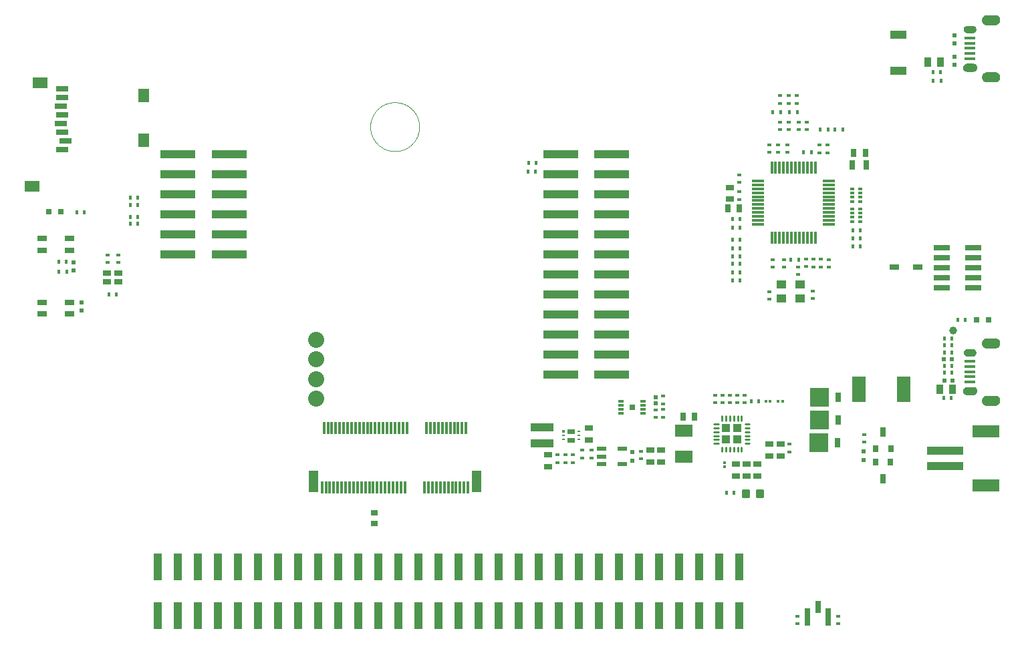
<source format=gtp>
G75*
%MOIN*%
%OFA0B0*%
%FSLAX25Y25*%
%IPPOS*%
%LPD*%
%AMOC8*
5,1,8,0,0,1.08239X$1,22.5*
%
%ADD10R,0.05000X0.02500*%
%ADD11R,0.02400X0.01800*%
%ADD12R,0.01600X0.01400*%
%ADD13R,0.01800X0.02400*%
%ADD14R,0.08071X0.04331*%
%ADD15R,0.04100X0.02800*%
%ADD16R,0.02800X0.04100*%
%ADD17R,0.01772X0.02165*%
%ADD18R,0.03000X0.05000*%
%ADD19R,0.09200X0.09700*%
%ADD20C,0.01181*%
%ADD21R,0.08268X0.02756*%
%ADD22R,0.03346X0.04921*%
%ADD23R,0.01181X0.06102*%
%ADD24R,0.04724X0.10827*%
%ADD25R,0.18110X0.03937*%
%ADD26R,0.13386X0.06299*%
%ADD27R,0.03346X0.02756*%
%ADD28R,0.11811X0.03937*%
%ADD29R,0.03150X0.04724*%
%ADD30R,0.09055X0.06496*%
%ADD31R,0.02756X0.03150*%
%ADD32R,0.03150X0.08661*%
%ADD33R,0.02874X0.05906*%
%ADD34R,0.03150X0.03740*%
%ADD35R,0.03150X0.04921*%
%ADD36R,0.02165X0.01772*%
%ADD37R,0.01400X0.01600*%
%ADD38R,0.07087X0.12598*%
%ADD39R,0.02362X0.02362*%
%ADD40R,0.03937X0.03150*%
%ADD41R,0.01969X0.01575*%
%ADD42R,0.01969X0.01181*%
%ADD43C,0.03937*%
%ADD44R,0.01181X0.05906*%
%ADD45R,0.05906X0.01181*%
%ADD46C,0.00906*%
%ADD47R,0.04331X0.04331*%
%ADD48R,0.04724X0.02165*%
%ADD49R,0.01772X0.01378*%
%ADD50R,0.01772X0.00984*%
%ADD51C,0.00039*%
%ADD52R,0.05512X0.01575*%
%ADD53C,0.00100*%
%ADD54R,0.05906X0.03150*%
%ADD55R,0.07480X0.05512*%
%ADD56R,0.05512X0.07087*%
%ADD57R,0.04724X0.04331*%
%ADD58R,0.03937X0.13780*%
%ADD59C,0.08000*%
%ADD60R,0.03150X0.01181*%
%ADD61R,0.02600X0.02600*%
%ADD62R,0.02362X0.02165*%
%ADD63R,0.17717X0.04016*%
%ADD64R,0.04724X0.02756*%
%ADD65R,0.01969X0.01969*%
D10*
X0011433Y0172441D03*
X0011433Y0178367D03*
X0025213Y0178367D03*
X0025213Y0172441D03*
X0025213Y0204331D03*
X0025213Y0210256D03*
X0011433Y0210256D03*
X0011433Y0204331D03*
D11*
X0268611Y0102082D03*
X0268611Y0098282D03*
X0272411Y0098282D03*
X0272411Y0102082D03*
X0276311Y0102082D03*
X0276311Y0098282D03*
X0281011Y0100682D03*
X0281011Y0104482D03*
X0285611Y0104482D03*
X0285611Y0100682D03*
X0310311Y0100082D03*
X0310311Y0103882D03*
X0317397Y0120923D03*
X0321111Y0120982D03*
X0321111Y0124782D03*
X0321177Y0127641D03*
X0321177Y0131441D03*
X0317397Y0124723D03*
X0347211Y0128082D03*
X0350811Y0128082D03*
X0354511Y0128082D03*
X0358311Y0128082D03*
X0361911Y0128082D03*
X0361911Y0131882D03*
X0358311Y0131882D03*
X0354511Y0131882D03*
X0350811Y0131882D03*
X0347211Y0131882D03*
X0384311Y0107482D03*
X0384311Y0103682D03*
X0374111Y0179782D03*
X0374111Y0183582D03*
X0376011Y0195882D03*
X0376011Y0199682D03*
X0381411Y0199682D03*
X0381411Y0195882D03*
X0392498Y0196082D03*
X0396270Y0196007D03*
X0399894Y0195984D03*
X0399894Y0199784D03*
X0396270Y0199807D03*
X0392498Y0199882D03*
X0403993Y0199682D03*
X0403993Y0195882D03*
X0396011Y0183882D03*
X0396011Y0180082D03*
X0359211Y0229682D03*
X0359211Y0233482D03*
X0359211Y0238082D03*
X0359211Y0241882D03*
X0374211Y0253082D03*
X0374211Y0256882D03*
X0378411Y0256882D03*
X0378411Y0253082D03*
X0383211Y0253082D03*
X0383211Y0256882D03*
X0383811Y0264482D03*
X0383811Y0268282D03*
X0379611Y0268282D03*
X0379611Y0264482D03*
X0388911Y0264582D03*
X0388911Y0268382D03*
X0392811Y0268382D03*
X0392811Y0264582D03*
X0399211Y0256782D03*
X0399211Y0252982D03*
X0403211Y0252982D03*
X0403211Y0256782D03*
X0388011Y0277682D03*
X0388011Y0281482D03*
X0383811Y0281482D03*
X0383811Y0277682D03*
X0379611Y0277682D03*
X0379611Y0281482D03*
D12*
X0352011Y0098282D03*
X0352011Y0096082D03*
D13*
X0352811Y0083282D03*
X0356611Y0083282D03*
X0365194Y0128787D03*
X0368994Y0128787D03*
X0359511Y0189224D03*
X0355711Y0189224D03*
X0355711Y0193348D03*
X0359511Y0193348D03*
X0359511Y0197436D03*
X0355711Y0197436D03*
X0355799Y0201388D03*
X0359599Y0201388D03*
X0359511Y0205382D03*
X0355711Y0205382D03*
X0355711Y0209582D03*
X0359511Y0209582D03*
X0359511Y0215582D03*
X0355711Y0215582D03*
X0355711Y0219782D03*
X0359511Y0219782D03*
X0384911Y0199682D03*
X0388711Y0199682D03*
X0415811Y0206082D03*
X0419611Y0206082D03*
X0419511Y0210182D03*
X0415711Y0210182D03*
X0415711Y0214382D03*
X0419511Y0214382D03*
X0395111Y0253382D03*
X0391311Y0253382D03*
X0399611Y0264682D03*
X0403411Y0264682D03*
X0406911Y0264682D03*
X0410711Y0264682D03*
X0388111Y0273182D03*
X0384311Y0273182D03*
X0379711Y0273182D03*
X0375911Y0273182D03*
X0455911Y0288782D03*
X0459711Y0288782D03*
X0023666Y0198625D03*
X0019866Y0198625D03*
D14*
X0438523Y0293962D03*
X0438523Y0311954D03*
D15*
X0354511Y0235732D03*
X0354511Y0229832D03*
X0284211Y0115632D03*
X0284211Y0109732D03*
X0263811Y0102232D03*
X0263811Y0096332D03*
X0314711Y0098532D03*
X0320111Y0098632D03*
X0320111Y0104532D03*
X0314711Y0104432D03*
X0357411Y0097532D03*
X0362694Y0097532D03*
X0368211Y0097532D03*
X0368211Y0091632D03*
X0362694Y0091632D03*
X0357411Y0091632D03*
X0374076Y0101687D03*
X0379876Y0101687D03*
X0379876Y0107587D03*
X0374076Y0107587D03*
D16*
X0336961Y0121182D03*
X0331061Y0121182D03*
X0353361Y0225182D03*
X0359261Y0225182D03*
X0416161Y0252982D03*
X0422061Y0252982D03*
D17*
X0455861Y0293282D03*
X0459561Y0293282D03*
X0468161Y0169482D03*
X0471861Y0169482D03*
X0465261Y0160182D03*
X0465261Y0156782D03*
X0465261Y0153382D03*
X0461561Y0153382D03*
X0461561Y0156782D03*
X0461561Y0160182D03*
X0461461Y0146582D03*
X0461461Y0143082D03*
X0465161Y0143082D03*
X0465161Y0146582D03*
X0464861Y0130582D03*
X0461161Y0130582D03*
X0257621Y0243698D03*
X0253920Y0243698D03*
X0254020Y0247877D03*
X0257721Y0247877D03*
X0059214Y0230634D03*
X0055513Y0230634D03*
X0055513Y0226773D03*
X0059214Y0226773D03*
X0059114Y0220747D03*
X0059158Y0217468D03*
X0055457Y0217468D03*
X0055413Y0220747D03*
X0032658Y0223284D03*
X0028957Y0223284D03*
X0023717Y0193625D03*
X0020016Y0193625D03*
X0044716Y0182239D03*
X0048417Y0182239D03*
D18*
X0408160Y0108223D03*
X0408419Y0119588D03*
X0408395Y0130812D03*
D19*
X0399145Y0130812D03*
X0399169Y0119588D03*
X0398910Y0108223D03*
D20*
X0368086Y0084160D02*
X0368086Y0081404D01*
X0368086Y0084160D02*
X0370842Y0084160D01*
X0370842Y0081404D01*
X0368086Y0081404D01*
X0368086Y0082526D02*
X0370842Y0082526D01*
X0370842Y0083648D02*
X0368086Y0083648D01*
X0361180Y0084160D02*
X0361180Y0081404D01*
X0361180Y0084160D02*
X0363936Y0084160D01*
X0363936Y0081404D01*
X0361180Y0081404D01*
X0361180Y0082526D02*
X0363936Y0082526D01*
X0363936Y0083648D02*
X0361180Y0083648D01*
D21*
X0460063Y0185495D03*
X0460063Y0190495D03*
X0460063Y0195495D03*
X0460063Y0200495D03*
X0460063Y0205495D03*
X0475811Y0205495D03*
X0475811Y0200495D03*
X0475811Y0195495D03*
X0475811Y0190495D03*
X0475811Y0185495D03*
D22*
X0465361Y0134982D03*
X0459061Y0134982D03*
X0459561Y0298182D03*
X0453261Y0298182D03*
D23*
X0222929Y0115621D03*
X0220961Y0115621D03*
X0218992Y0115621D03*
X0217024Y0115621D03*
X0215055Y0115621D03*
X0213087Y0115621D03*
X0211118Y0115621D03*
X0209150Y0115621D03*
X0207181Y0115621D03*
X0205213Y0115621D03*
X0203244Y0115621D03*
X0193402Y0115621D03*
X0191433Y0115621D03*
X0189465Y0115621D03*
X0187496Y0115621D03*
X0185528Y0115621D03*
X0183559Y0115621D03*
X0181591Y0115621D03*
X0179622Y0115621D03*
X0177654Y0115621D03*
X0175685Y0115621D03*
X0173717Y0115621D03*
X0171748Y0115621D03*
X0169780Y0115621D03*
X0167811Y0115621D03*
X0165843Y0115621D03*
X0163874Y0115621D03*
X0161906Y0115621D03*
X0159937Y0115621D03*
X0157969Y0115621D03*
X0156000Y0115621D03*
X0154031Y0115621D03*
X0152063Y0115621D03*
X0151079Y0085896D03*
X0153047Y0085896D03*
X0155016Y0085896D03*
X0156984Y0085896D03*
X0158953Y0085896D03*
X0160921Y0085896D03*
X0162890Y0085896D03*
X0164858Y0085896D03*
X0166827Y0085896D03*
X0168795Y0085896D03*
X0170764Y0085896D03*
X0172732Y0085896D03*
X0174701Y0085896D03*
X0176669Y0085896D03*
X0178638Y0085896D03*
X0180606Y0085896D03*
X0182575Y0085896D03*
X0184543Y0085896D03*
X0186512Y0085896D03*
X0188480Y0085896D03*
X0190449Y0085896D03*
X0192417Y0085896D03*
X0202260Y0085896D03*
X0204228Y0085896D03*
X0206197Y0085896D03*
X0208165Y0085896D03*
X0210134Y0085896D03*
X0212102Y0085896D03*
X0214071Y0085896D03*
X0216039Y0085896D03*
X0218008Y0085896D03*
X0219976Y0085896D03*
X0221945Y0085896D03*
X0223913Y0085896D03*
D24*
X0228244Y0088947D03*
X0146748Y0088947D03*
D25*
X0461872Y0096434D03*
X0461872Y0104308D03*
D26*
X0482344Y0113757D03*
X0482344Y0086985D03*
D27*
X0177043Y0073122D03*
X0177043Y0068004D03*
D28*
X0261008Y0107932D03*
X0261008Y0115806D03*
D29*
X0415468Y0246982D03*
X0422554Y0246982D03*
D30*
X0331480Y0114401D03*
X0331480Y0101409D03*
D31*
X0477658Y0169582D03*
X0483564Y0169582D03*
X0020880Y0223472D03*
X0014975Y0223472D03*
D32*
X0393056Y0021114D03*
X0403686Y0021114D03*
D33*
X0398371Y0026154D03*
D34*
X0427180Y0098662D03*
X0427271Y0105145D03*
X0434751Y0105145D03*
X0434661Y0098662D03*
D35*
X0430920Y0090198D03*
X0431011Y0113610D03*
D36*
X0421411Y0112232D03*
X0421411Y0108532D03*
X0388611Y0192132D03*
X0388611Y0195832D03*
X0388311Y0021620D03*
X0388311Y0017919D03*
X0408557Y0017919D03*
X0408557Y0021620D03*
X0049619Y0198353D03*
X0049619Y0202054D03*
X0044107Y0202054D03*
X0044107Y0198353D03*
D37*
X0372394Y0128777D03*
X0374594Y0128777D03*
X0378594Y0128816D03*
X0380794Y0128816D03*
D38*
X0418973Y0134977D03*
X0441020Y0134977D03*
D39*
X0421311Y0103847D03*
X0421311Y0099517D03*
X0306011Y0099117D03*
X0306011Y0103447D03*
D40*
X0049616Y0188443D03*
X0049616Y0192774D03*
X0043710Y0192774D03*
X0043710Y0188443D03*
D41*
X0415443Y0218632D03*
X0419380Y0218632D03*
X0419380Y0224932D03*
X0419380Y0228632D03*
X0415443Y0228632D03*
X0415443Y0224932D03*
X0415443Y0234932D03*
X0419380Y0234932D03*
D42*
X0419380Y0232766D03*
X0419380Y0230798D03*
X0415443Y0230798D03*
X0415443Y0232766D03*
X0415443Y0222766D03*
X0415443Y0220798D03*
X0419380Y0220798D03*
X0419380Y0222766D03*
D43*
X0465711Y0164182D03*
D44*
X0397022Y0210582D03*
X0395054Y0210582D03*
X0393085Y0210582D03*
X0391117Y0210582D03*
X0389148Y0210582D03*
X0387180Y0210582D03*
X0385211Y0210582D03*
X0383243Y0210582D03*
X0381274Y0210582D03*
X0379306Y0210582D03*
X0377337Y0210582D03*
X0375369Y0210582D03*
X0375369Y0245621D03*
X0377337Y0245621D03*
X0379306Y0245621D03*
X0381274Y0245621D03*
X0383243Y0245621D03*
X0385211Y0245621D03*
X0387180Y0245621D03*
X0389148Y0245621D03*
X0391117Y0245621D03*
X0393085Y0245621D03*
X0395054Y0245621D03*
X0397022Y0245621D03*
D45*
X0403715Y0238928D03*
X0403715Y0236960D03*
X0403715Y0234991D03*
X0403715Y0233023D03*
X0403715Y0231054D03*
X0403715Y0229086D03*
X0403715Y0227117D03*
X0403715Y0225149D03*
X0403715Y0223180D03*
X0403715Y0221212D03*
X0403715Y0219243D03*
X0403715Y0217275D03*
X0368676Y0217275D03*
X0368676Y0219243D03*
X0368676Y0221212D03*
X0368676Y0223180D03*
X0368676Y0225149D03*
X0368676Y0227117D03*
X0368676Y0229086D03*
X0368676Y0231054D03*
X0368676Y0233023D03*
X0368676Y0234991D03*
X0368676Y0236960D03*
X0368676Y0238928D03*
D46*
X0360331Y0121571D02*
X0360331Y0119406D01*
X0358362Y0119406D02*
X0358362Y0121571D01*
X0356394Y0121571D02*
X0356394Y0119406D01*
X0354425Y0119406D02*
X0354425Y0121571D01*
X0352457Y0121571D02*
X0352457Y0119406D01*
X0350488Y0119406D02*
X0350488Y0121571D01*
X0348717Y0117634D02*
X0346551Y0117634D01*
X0346551Y0115666D02*
X0348717Y0115666D01*
X0348717Y0113697D02*
X0346551Y0113697D01*
X0346551Y0111728D02*
X0348717Y0111728D01*
X0348717Y0109760D02*
X0346551Y0109760D01*
X0346551Y0107791D02*
X0348717Y0107791D01*
X0350488Y0106020D02*
X0350488Y0103854D01*
X0352457Y0103854D02*
X0352457Y0106020D01*
X0354425Y0106020D02*
X0354425Y0103854D01*
X0356394Y0103854D02*
X0356394Y0106020D01*
X0358362Y0106020D02*
X0358362Y0103854D01*
X0360331Y0103854D02*
X0360331Y0106020D01*
X0362102Y0107791D02*
X0364268Y0107791D01*
X0364268Y0109760D02*
X0362102Y0109760D01*
X0362102Y0111728D02*
X0364268Y0111728D01*
X0364268Y0113697D02*
X0362102Y0113697D01*
X0362102Y0115666D02*
X0364268Y0115666D01*
X0364268Y0117634D02*
X0362102Y0117634D01*
D47*
X0358165Y0115469D03*
X0352654Y0115469D03*
X0352654Y0109957D03*
X0358165Y0109957D03*
D48*
X0300729Y0105122D03*
X0300729Y0097642D03*
X0290493Y0097642D03*
X0290493Y0101382D03*
X0290493Y0105122D03*
D49*
X0271372Y0113947D03*
D50*
X0271372Y0111782D03*
X0271372Y0109814D03*
X0279050Y0109814D03*
X0279050Y0111782D03*
X0279050Y0113751D03*
D51*
X0276983Y0113736D02*
X0273439Y0113736D01*
X0273439Y0113699D02*
X0276983Y0113699D01*
X0276983Y0113661D02*
X0273439Y0113661D01*
X0273439Y0113623D02*
X0276983Y0113623D01*
X0276983Y0113585D02*
X0273439Y0113585D01*
X0273439Y0113547D02*
X0276983Y0113547D01*
X0276983Y0113509D02*
X0273439Y0113509D01*
X0273439Y0113471D02*
X0276983Y0113471D01*
X0276983Y0113433D02*
X0273439Y0113433D01*
X0273439Y0113396D02*
X0276983Y0113396D01*
X0276983Y0113358D02*
X0273439Y0113358D01*
X0273439Y0113320D02*
X0276983Y0113320D01*
X0276983Y0113282D02*
X0273439Y0113282D01*
X0273439Y0113244D02*
X0276983Y0113244D01*
X0276983Y0113206D02*
X0273439Y0113206D01*
X0273439Y0113168D02*
X0276983Y0113168D01*
X0276983Y0113130D02*
X0273439Y0113130D01*
X0273439Y0113092D02*
X0276983Y0113092D01*
X0276983Y0113055D02*
X0273439Y0113055D01*
X0273439Y0113017D02*
X0276983Y0113017D01*
X0276983Y0112979D02*
X0273439Y0112979D01*
X0273439Y0112963D02*
X0273439Y0114538D01*
X0273636Y0114538D01*
X0273636Y0114932D01*
X0276786Y0114932D01*
X0276786Y0114538D01*
X0276983Y0114538D01*
X0276983Y0112963D01*
X0273439Y0112963D01*
X0273439Y0113774D02*
X0276983Y0113774D01*
X0276983Y0113812D02*
X0273439Y0113812D01*
X0273439Y0113850D02*
X0276983Y0113850D01*
X0276983Y0113888D02*
X0273439Y0113888D01*
X0273439Y0113926D02*
X0276983Y0113926D01*
X0276983Y0113964D02*
X0273439Y0113964D01*
X0273439Y0114002D02*
X0276983Y0114002D01*
X0276983Y0114040D02*
X0273439Y0114040D01*
X0273439Y0114077D02*
X0276983Y0114077D01*
X0276983Y0114115D02*
X0273439Y0114115D01*
X0273439Y0114153D02*
X0276983Y0114153D01*
X0276983Y0114191D02*
X0273439Y0114191D01*
X0273439Y0114229D02*
X0276983Y0114229D01*
X0276983Y0114267D02*
X0273439Y0114267D01*
X0273439Y0114305D02*
X0276983Y0114305D01*
X0276983Y0114343D02*
X0273439Y0114343D01*
X0273439Y0114380D02*
X0276983Y0114380D01*
X0276983Y0114418D02*
X0273439Y0114418D01*
X0273439Y0114456D02*
X0276983Y0114456D01*
X0276983Y0114494D02*
X0273439Y0114494D01*
X0273439Y0114532D02*
X0276983Y0114532D01*
X0276786Y0114570D02*
X0273636Y0114570D01*
X0273636Y0114608D02*
X0276786Y0114608D01*
X0276786Y0114646D02*
X0273636Y0114646D01*
X0273636Y0114683D02*
X0276786Y0114683D01*
X0276786Y0114721D02*
X0273636Y0114721D01*
X0273636Y0114759D02*
X0276786Y0114759D01*
X0276786Y0114797D02*
X0273636Y0114797D01*
X0273636Y0114835D02*
X0276786Y0114835D01*
X0276786Y0114873D02*
X0273636Y0114873D01*
X0273636Y0114911D02*
X0276786Y0114911D01*
X0276983Y0110601D02*
X0273439Y0110601D01*
X0273439Y0109026D01*
X0273636Y0109026D01*
X0273636Y0108632D01*
X0276786Y0108632D01*
X0276786Y0109026D01*
X0276983Y0109026D01*
X0276983Y0110601D01*
X0276983Y0110592D02*
X0273439Y0110592D01*
X0273439Y0110554D02*
X0276983Y0110554D01*
X0276983Y0110517D02*
X0273439Y0110517D01*
X0273439Y0110479D02*
X0276983Y0110479D01*
X0276983Y0110441D02*
X0273439Y0110441D01*
X0273439Y0110403D02*
X0276983Y0110403D01*
X0276983Y0110365D02*
X0273439Y0110365D01*
X0273439Y0110327D02*
X0276983Y0110327D01*
X0276983Y0110289D02*
X0273439Y0110289D01*
X0273439Y0110251D02*
X0276983Y0110251D01*
X0276983Y0110213D02*
X0273439Y0110213D01*
X0273439Y0110176D02*
X0276983Y0110176D01*
X0276983Y0110138D02*
X0273439Y0110138D01*
X0273439Y0110100D02*
X0276983Y0110100D01*
X0276983Y0110062D02*
X0273439Y0110062D01*
X0273439Y0110024D02*
X0276983Y0110024D01*
X0276983Y0109986D02*
X0273439Y0109986D01*
X0273439Y0109948D02*
X0276983Y0109948D01*
X0276983Y0109910D02*
X0273439Y0109910D01*
X0273439Y0109873D02*
X0276983Y0109873D01*
X0276983Y0109835D02*
X0273439Y0109835D01*
X0273439Y0109797D02*
X0276983Y0109797D01*
X0276983Y0109759D02*
X0273439Y0109759D01*
X0273439Y0109721D02*
X0276983Y0109721D01*
X0276983Y0109683D02*
X0273439Y0109683D01*
X0273439Y0109645D02*
X0276983Y0109645D01*
X0276983Y0109607D02*
X0273439Y0109607D01*
X0273439Y0109570D02*
X0276983Y0109570D01*
X0276983Y0109532D02*
X0273439Y0109532D01*
X0273439Y0109494D02*
X0276983Y0109494D01*
X0276983Y0109456D02*
X0273439Y0109456D01*
X0273439Y0109418D02*
X0276983Y0109418D01*
X0276983Y0109380D02*
X0273439Y0109380D01*
X0273439Y0109342D02*
X0276983Y0109342D01*
X0276983Y0109304D02*
X0273439Y0109304D01*
X0273439Y0109266D02*
X0276983Y0109266D01*
X0276983Y0109229D02*
X0273439Y0109229D01*
X0273439Y0109191D02*
X0276983Y0109191D01*
X0276983Y0109153D02*
X0273439Y0109153D01*
X0273439Y0109115D02*
X0276983Y0109115D01*
X0276983Y0109077D02*
X0273439Y0109077D01*
X0273439Y0109039D02*
X0276983Y0109039D01*
X0276786Y0109001D02*
X0273636Y0109001D01*
X0273636Y0108963D02*
X0276786Y0108963D01*
X0276786Y0108926D02*
X0273636Y0108926D01*
X0273636Y0108888D02*
X0276786Y0108888D01*
X0276786Y0108850D02*
X0273636Y0108850D01*
X0273636Y0108812D02*
X0276786Y0108812D01*
X0276786Y0108774D02*
X0273636Y0108774D01*
X0273636Y0108736D02*
X0276786Y0108736D01*
X0276786Y0108698D02*
X0273636Y0108698D01*
X0273636Y0108660D02*
X0276786Y0108660D01*
D52*
X0474131Y0138596D03*
X0474131Y0141155D03*
X0474131Y0143714D03*
X0474131Y0146273D03*
X0474131Y0148832D03*
X0474131Y0300014D03*
X0474131Y0302573D03*
X0474131Y0305132D03*
X0474131Y0307691D03*
X0474131Y0310250D03*
D53*
X0472737Y0313032D02*
X0472381Y0313072D01*
X0472043Y0313190D01*
X0471739Y0313381D01*
X0471486Y0313634D01*
X0471295Y0313937D01*
X0471177Y0314276D01*
X0471137Y0314632D01*
X0471180Y0315010D01*
X0471305Y0315369D01*
X0471508Y0315692D01*
X0471777Y0315961D01*
X0472099Y0316163D01*
X0472459Y0316289D01*
X0472837Y0316332D01*
X0475637Y0316332D01*
X0475949Y0316297D01*
X0476244Y0316193D01*
X0476510Y0316026D01*
X0476732Y0315805D01*
X0476898Y0315539D01*
X0477002Y0315243D01*
X0477037Y0314932D01*
X0477037Y0314432D01*
X0477002Y0314120D01*
X0476898Y0313824D01*
X0476732Y0313559D01*
X0476510Y0313337D01*
X0476244Y0313170D01*
X0475949Y0313067D01*
X0475637Y0313032D01*
X0472737Y0313032D01*
X0472365Y0313077D02*
X0475979Y0313077D01*
X0476253Y0313176D02*
X0472083Y0313176D01*
X0471908Y0313274D02*
X0476410Y0313274D01*
X0476546Y0313373D02*
X0471752Y0313373D01*
X0471649Y0313472D02*
X0476644Y0313472D01*
X0476739Y0313570D02*
X0471550Y0313570D01*
X0471464Y0313669D02*
X0476801Y0313669D01*
X0476862Y0313767D02*
X0471403Y0313767D01*
X0471341Y0313866D02*
X0476913Y0313866D01*
X0476947Y0313964D02*
X0471286Y0313964D01*
X0471252Y0314063D02*
X0476982Y0314063D01*
X0477007Y0314161D02*
X0471217Y0314161D01*
X0471183Y0314260D02*
X0477018Y0314260D01*
X0477029Y0314358D02*
X0471168Y0314358D01*
X0471157Y0314457D02*
X0477037Y0314457D01*
X0477037Y0314555D02*
X0471146Y0314555D01*
X0471139Y0314654D02*
X0477037Y0314654D01*
X0477037Y0314752D02*
X0471151Y0314752D01*
X0471162Y0314851D02*
X0477037Y0314851D01*
X0477035Y0314949D02*
X0471173Y0314949D01*
X0471193Y0315048D02*
X0477024Y0315048D01*
X0477013Y0315146D02*
X0471227Y0315146D01*
X0471262Y0315245D02*
X0477001Y0315245D01*
X0476967Y0315343D02*
X0471296Y0315343D01*
X0471351Y0315442D02*
X0476932Y0315442D01*
X0476898Y0315540D02*
X0471413Y0315540D01*
X0471475Y0315639D02*
X0476836Y0315639D01*
X0476774Y0315737D02*
X0471554Y0315737D01*
X0471652Y0315836D02*
X0476700Y0315836D01*
X0476602Y0315934D02*
X0471751Y0315934D01*
X0471892Y0316033D02*
X0476499Y0316033D01*
X0476343Y0316131D02*
X0472049Y0316131D01*
X0472290Y0316230D02*
X0476139Y0316230D01*
X0475666Y0316328D02*
X0472808Y0316328D01*
X0480369Y0318594D02*
X0488832Y0318594D01*
X0488861Y0318693D02*
X0480339Y0318693D01*
X0480309Y0318791D02*
X0488891Y0318791D01*
X0488895Y0318802D02*
X0488770Y0318390D01*
X0488566Y0318009D01*
X0488293Y0317676D01*
X0487959Y0317402D01*
X0487579Y0317199D01*
X0487166Y0317074D01*
X0486737Y0317032D01*
X0482537Y0317032D01*
X0482088Y0317076D01*
X0481657Y0317207D01*
X0481259Y0317419D01*
X0480911Y0317705D01*
X0480625Y0318054D01*
X0480412Y0318451D01*
X0480281Y0318883D01*
X0480237Y0319332D01*
X0480283Y0319800D01*
X0480420Y0320250D01*
X0480641Y0320665D01*
X0480940Y0321029D01*
X0481304Y0321327D01*
X0481719Y0321549D01*
X0482169Y0321686D01*
X0482637Y0321732D01*
X0486737Y0321732D01*
X0487166Y0321689D01*
X0487579Y0321564D01*
X0487959Y0321361D01*
X0488293Y0321087D01*
X0488566Y0320754D01*
X0488770Y0320374D01*
X0488895Y0319961D01*
X0488937Y0319532D01*
X0488937Y0319232D01*
X0488895Y0318802D01*
X0488903Y0318890D02*
X0480281Y0318890D01*
X0480271Y0318988D02*
X0488913Y0318988D01*
X0488923Y0319087D02*
X0480261Y0319087D01*
X0480251Y0319185D02*
X0488932Y0319185D01*
X0488937Y0319284D02*
X0480242Y0319284D01*
X0480242Y0319382D02*
X0488937Y0319382D01*
X0488937Y0319481D02*
X0480252Y0319481D01*
X0480261Y0319579D02*
X0488932Y0319579D01*
X0488923Y0319678D02*
X0480271Y0319678D01*
X0480281Y0319776D02*
X0488913Y0319776D01*
X0488903Y0319875D02*
X0480306Y0319875D01*
X0480336Y0319973D02*
X0488891Y0319973D01*
X0488861Y0320072D02*
X0480366Y0320072D01*
X0480395Y0320170D02*
X0488831Y0320170D01*
X0488801Y0320269D02*
X0480430Y0320269D01*
X0480482Y0320367D02*
X0488771Y0320367D01*
X0488720Y0320466D02*
X0480535Y0320466D01*
X0480588Y0320564D02*
X0488668Y0320564D01*
X0488615Y0320663D02*
X0480640Y0320663D01*
X0480721Y0320761D02*
X0488560Y0320761D01*
X0488479Y0320860D02*
X0480801Y0320860D01*
X0480882Y0320958D02*
X0488398Y0320958D01*
X0488318Y0321057D02*
X0480974Y0321057D01*
X0481094Y0321155D02*
X0488210Y0321155D01*
X0488090Y0321254D02*
X0481214Y0321254D01*
X0481351Y0321352D02*
X0487970Y0321352D01*
X0487791Y0321451D02*
X0481535Y0321451D01*
X0481720Y0321549D02*
X0487606Y0321549D01*
X0487303Y0321648D02*
X0482045Y0321648D01*
X0480399Y0318496D02*
X0488802Y0318496D01*
X0488772Y0318397D02*
X0480441Y0318397D01*
X0480494Y0318299D02*
X0488721Y0318299D01*
X0488668Y0318200D02*
X0480546Y0318200D01*
X0480599Y0318102D02*
X0488616Y0318102D01*
X0488561Y0318003D02*
X0480666Y0318003D01*
X0480747Y0317905D02*
X0488480Y0317905D01*
X0488399Y0317806D02*
X0480828Y0317806D01*
X0480909Y0317707D02*
X0488318Y0317707D01*
X0488211Y0317609D02*
X0481028Y0317609D01*
X0481148Y0317510D02*
X0488091Y0317510D01*
X0487971Y0317412D02*
X0481273Y0317412D01*
X0481457Y0317313D02*
X0487793Y0317313D01*
X0487609Y0317215D02*
X0481641Y0317215D01*
X0481955Y0317116D02*
X0487306Y0317116D01*
X0476531Y0297273D02*
X0476835Y0297083D01*
X0477088Y0296829D01*
X0477279Y0296526D01*
X0477397Y0296188D01*
X0477437Y0295832D01*
X0477437Y0295432D01*
X0477394Y0295053D01*
X0477269Y0294694D01*
X0477066Y0294372D01*
X0476797Y0294103D01*
X0476475Y0293900D01*
X0476115Y0293774D01*
X0475737Y0293732D01*
X0472637Y0293732D01*
X0472236Y0293777D01*
X0471856Y0293910D01*
X0471515Y0294124D01*
X0471230Y0294409D01*
X0471015Y0294751D01*
X0470882Y0295131D01*
X0470837Y0295532D01*
X0470885Y0295954D01*
X0471025Y0296356D01*
X0471252Y0296716D01*
X0471552Y0297017D01*
X0471913Y0297243D01*
X0472314Y0297384D01*
X0472737Y0297432D01*
X0475837Y0297432D01*
X0476193Y0297392D01*
X0476531Y0297273D01*
X0476620Y0297217D02*
X0471871Y0297217D01*
X0471714Y0297119D02*
X0476777Y0297119D01*
X0476897Y0297020D02*
X0471557Y0297020D01*
X0471457Y0296922D02*
X0476996Y0296922D01*
X0477092Y0296823D02*
X0471358Y0296823D01*
X0471260Y0296725D02*
X0477154Y0296725D01*
X0477216Y0296626D02*
X0471195Y0296626D01*
X0471133Y0296528D02*
X0477277Y0296528D01*
X0477312Y0296429D02*
X0471071Y0296429D01*
X0471016Y0296331D02*
X0477347Y0296331D01*
X0477381Y0296232D02*
X0470982Y0296232D01*
X0470947Y0296134D02*
X0477403Y0296134D01*
X0477414Y0296035D02*
X0470913Y0296035D01*
X0470883Y0295936D02*
X0477425Y0295936D01*
X0477436Y0295838D02*
X0470872Y0295838D01*
X0470860Y0295739D02*
X0477437Y0295739D01*
X0477437Y0295641D02*
X0470849Y0295641D01*
X0470838Y0295542D02*
X0477437Y0295542D01*
X0477437Y0295444D02*
X0470847Y0295444D01*
X0470858Y0295345D02*
X0477427Y0295345D01*
X0477416Y0295247D02*
X0470869Y0295247D01*
X0470880Y0295148D02*
X0477405Y0295148D01*
X0477393Y0295050D02*
X0470911Y0295050D01*
X0470945Y0294951D02*
X0477359Y0294951D01*
X0477324Y0294853D02*
X0470980Y0294853D01*
X0471014Y0294754D02*
X0477290Y0294754D01*
X0477245Y0294656D02*
X0471075Y0294656D01*
X0471137Y0294557D02*
X0477183Y0294557D01*
X0477121Y0294459D02*
X0471199Y0294459D01*
X0471279Y0294360D02*
X0477055Y0294360D01*
X0476956Y0294262D02*
X0471377Y0294262D01*
X0471476Y0294163D02*
X0476858Y0294163D01*
X0476737Y0294065D02*
X0471610Y0294065D01*
X0471766Y0293966D02*
X0476580Y0293966D01*
X0476382Y0293868D02*
X0471976Y0293868D01*
X0472303Y0293769D02*
X0476071Y0293769D01*
X0476410Y0297316D02*
X0472119Y0297316D01*
X0472582Y0297414D02*
X0475992Y0297414D01*
X0480940Y0292429D02*
X0481304Y0292727D01*
X0481719Y0292949D01*
X0482169Y0293086D01*
X0482637Y0293132D01*
X0486737Y0293132D01*
X0487166Y0293089D01*
X0487579Y0292964D01*
X0487959Y0292761D01*
X0488293Y0292487D01*
X0488566Y0292154D01*
X0488770Y0291774D01*
X0488895Y0291361D01*
X0488937Y0290932D01*
X0488937Y0290632D01*
X0488895Y0290202D01*
X0488770Y0289790D01*
X0488566Y0289409D01*
X0488293Y0289076D01*
X0487959Y0288802D01*
X0487579Y0288599D01*
X0487166Y0288474D01*
X0486737Y0288432D01*
X0482537Y0288432D01*
X0482088Y0288476D01*
X0481657Y0288607D01*
X0481259Y0288819D01*
X0480911Y0289105D01*
X0480625Y0289454D01*
X0480412Y0289851D01*
X0480281Y0290283D01*
X0480237Y0290732D01*
X0480283Y0291200D01*
X0480420Y0291650D01*
X0480641Y0292065D01*
X0480940Y0292429D01*
X0480908Y0292390D02*
X0488372Y0292390D01*
X0488291Y0292489D02*
X0481013Y0292489D01*
X0481133Y0292587D02*
X0488171Y0292587D01*
X0488051Y0292686D02*
X0481253Y0292686D01*
X0481410Y0292784D02*
X0487916Y0292784D01*
X0487731Y0292883D02*
X0481595Y0292883D01*
X0481825Y0292981D02*
X0487523Y0292981D01*
X0487198Y0293080D02*
X0482149Y0293080D01*
X0480827Y0292292D02*
X0488453Y0292292D01*
X0488534Y0292193D02*
X0480747Y0292193D01*
X0480666Y0292095D02*
X0488598Y0292095D01*
X0488651Y0291996D02*
X0480605Y0291996D01*
X0480552Y0291898D02*
X0488703Y0291898D01*
X0488756Y0291799D02*
X0480499Y0291799D01*
X0480447Y0291701D02*
X0488792Y0291701D01*
X0488822Y0291602D02*
X0480405Y0291602D01*
X0480375Y0291503D02*
X0488851Y0291503D01*
X0488881Y0291405D02*
X0480345Y0291405D01*
X0480315Y0291306D02*
X0488900Y0291306D01*
X0488910Y0291208D02*
X0480286Y0291208D01*
X0480274Y0291109D02*
X0488919Y0291109D01*
X0488929Y0291011D02*
X0480265Y0291011D01*
X0480255Y0290912D02*
X0488937Y0290912D01*
X0488937Y0290814D02*
X0480245Y0290814D01*
X0480239Y0290715D02*
X0488937Y0290715D01*
X0488936Y0290617D02*
X0480248Y0290617D01*
X0480258Y0290518D02*
X0488926Y0290518D01*
X0488916Y0290420D02*
X0480268Y0290420D01*
X0480277Y0290321D02*
X0488906Y0290321D01*
X0488897Y0290223D02*
X0480299Y0290223D01*
X0480329Y0290124D02*
X0488871Y0290124D01*
X0488841Y0290026D02*
X0480359Y0290026D01*
X0480389Y0289927D02*
X0488811Y0289927D01*
X0488781Y0289829D02*
X0480424Y0289829D01*
X0480477Y0289730D02*
X0488738Y0289730D01*
X0488685Y0289632D02*
X0480530Y0289632D01*
X0480582Y0289533D02*
X0488632Y0289533D01*
X0488580Y0289435D02*
X0480640Y0289435D01*
X0480721Y0289336D02*
X0488506Y0289336D01*
X0488425Y0289238D02*
X0480802Y0289238D01*
X0480883Y0289139D02*
X0488345Y0289139D01*
X0488250Y0289041D02*
X0480989Y0289041D01*
X0481109Y0288942D02*
X0488130Y0288942D01*
X0488010Y0288844D02*
X0481229Y0288844D01*
X0481398Y0288745D02*
X0487852Y0288745D01*
X0487668Y0288647D02*
X0481582Y0288647D01*
X0481850Y0288548D02*
X0487411Y0288548D01*
X0486920Y0288450D02*
X0482354Y0288450D01*
X0482637Y0160314D02*
X0486737Y0160314D01*
X0487166Y0160272D01*
X0487579Y0160147D01*
X0487959Y0159944D01*
X0488293Y0159670D01*
X0488566Y0159337D01*
X0488770Y0158956D01*
X0488895Y0158544D01*
X0488937Y0158114D01*
X0488937Y0157814D01*
X0488895Y0157385D01*
X0488770Y0156972D01*
X0488566Y0156592D01*
X0488293Y0156259D01*
X0487959Y0155985D01*
X0487579Y0155782D01*
X0487166Y0155657D01*
X0486737Y0155614D01*
X0482537Y0155614D01*
X0482088Y0155659D01*
X0481657Y0155789D01*
X0481259Y0156002D01*
X0480911Y0156288D01*
X0480625Y0156637D01*
X0480412Y0157034D01*
X0480281Y0157466D01*
X0480237Y0157914D01*
X0480283Y0158383D01*
X0480420Y0158833D01*
X0480641Y0159248D01*
X0480940Y0159611D01*
X0481304Y0159910D01*
X0481719Y0160132D01*
X0482169Y0160268D01*
X0482637Y0160314D01*
X0482354Y0160286D02*
X0487020Y0160286D01*
X0487444Y0160188D02*
X0481904Y0160188D01*
X0481640Y0160089D02*
X0487686Y0160089D01*
X0487871Y0159991D02*
X0481455Y0159991D01*
X0481282Y0159892D02*
X0488022Y0159892D01*
X0488142Y0159794D02*
X0481162Y0159794D01*
X0481042Y0159695D02*
X0488262Y0159695D01*
X0488353Y0159597D02*
X0480928Y0159597D01*
X0480847Y0159498D02*
X0488434Y0159498D01*
X0488514Y0159400D02*
X0480766Y0159400D01*
X0480685Y0159301D02*
X0488585Y0159301D01*
X0488638Y0159203D02*
X0480617Y0159203D01*
X0480565Y0159104D02*
X0488690Y0159104D01*
X0488743Y0159006D02*
X0480512Y0159006D01*
X0480460Y0158907D02*
X0488784Y0158907D01*
X0488814Y0158809D02*
X0480412Y0158809D01*
X0480383Y0158710D02*
X0488844Y0158710D01*
X0488874Y0158612D02*
X0480353Y0158612D01*
X0480323Y0158513D02*
X0488898Y0158513D01*
X0488907Y0158415D02*
X0480293Y0158415D01*
X0480277Y0158316D02*
X0488917Y0158316D01*
X0488927Y0158218D02*
X0480267Y0158218D01*
X0480257Y0158119D02*
X0488937Y0158119D01*
X0488937Y0158021D02*
X0480247Y0158021D01*
X0480238Y0157922D02*
X0488937Y0157922D01*
X0488937Y0157824D02*
X0480246Y0157824D01*
X0480256Y0157725D02*
X0488928Y0157725D01*
X0488919Y0157627D02*
X0480265Y0157627D01*
X0480275Y0157528D02*
X0488909Y0157528D01*
X0488899Y0157430D02*
X0480292Y0157430D01*
X0480322Y0157331D02*
X0488878Y0157331D01*
X0488848Y0157233D02*
X0480352Y0157233D01*
X0480382Y0157134D02*
X0488819Y0157134D01*
X0488789Y0157036D02*
X0480412Y0157036D01*
X0480464Y0156937D02*
X0488751Y0156937D01*
X0488698Y0156839D02*
X0480517Y0156839D01*
X0480569Y0156740D02*
X0488645Y0156740D01*
X0488593Y0156641D02*
X0480622Y0156641D01*
X0480701Y0156543D02*
X0488526Y0156543D01*
X0488445Y0156444D02*
X0480782Y0156444D01*
X0480863Y0156346D02*
X0488364Y0156346D01*
X0488279Y0156247D02*
X0480960Y0156247D01*
X0481080Y0156149D02*
X0488159Y0156149D01*
X0488039Y0156050D02*
X0481200Y0156050D01*
X0481353Y0155952D02*
X0487897Y0155952D01*
X0487713Y0155853D02*
X0481537Y0155853D01*
X0481771Y0155755D02*
X0487490Y0155755D01*
X0487164Y0155656D02*
X0482110Y0155656D01*
X0476982Y0153883D02*
X0471281Y0153883D01*
X0471305Y0153952D02*
X0471508Y0154274D01*
X0471777Y0154543D01*
X0472099Y0154746D01*
X0472459Y0154872D01*
X0472837Y0154914D01*
X0475637Y0154914D01*
X0475949Y0154879D01*
X0476244Y0154776D01*
X0476510Y0154609D01*
X0476732Y0154387D01*
X0476898Y0154122D01*
X0477002Y0153826D01*
X0477037Y0153514D01*
X0477037Y0153014D01*
X0477002Y0152703D01*
X0476898Y0152407D01*
X0476732Y0152141D01*
X0476510Y0151920D01*
X0476244Y0151753D01*
X0475949Y0151649D01*
X0475637Y0151614D01*
X0472737Y0151614D01*
X0472381Y0151654D01*
X0472043Y0151773D01*
X0471739Y0151963D01*
X0471486Y0152217D01*
X0471295Y0152520D01*
X0471177Y0152858D01*
X0471137Y0153214D01*
X0471180Y0153593D01*
X0471305Y0153952D01*
X0471324Y0153982D02*
X0476947Y0153982D01*
X0476913Y0154080D02*
X0471386Y0154080D01*
X0471448Y0154179D02*
X0476863Y0154179D01*
X0476801Y0154277D02*
X0471511Y0154277D01*
X0471609Y0154376D02*
X0476739Y0154376D01*
X0476645Y0154474D02*
X0471708Y0154474D01*
X0471824Y0154573D02*
X0476546Y0154573D01*
X0476411Y0154671D02*
X0471981Y0154671D01*
X0472167Y0154770D02*
X0476254Y0154770D01*
X0475980Y0154868D02*
X0472449Y0154868D01*
X0471247Y0153785D02*
X0477007Y0153785D01*
X0477018Y0153686D02*
X0471212Y0153686D01*
X0471179Y0153588D02*
X0477029Y0153588D01*
X0477037Y0153489D02*
X0471168Y0153489D01*
X0471157Y0153391D02*
X0477037Y0153391D01*
X0477037Y0153292D02*
X0471146Y0153292D01*
X0471139Y0153194D02*
X0477037Y0153194D01*
X0477037Y0153095D02*
X0471150Y0153095D01*
X0471162Y0152997D02*
X0477035Y0152997D01*
X0477024Y0152898D02*
X0471173Y0152898D01*
X0471198Y0152800D02*
X0477013Y0152800D01*
X0477001Y0152701D02*
X0471232Y0152701D01*
X0471267Y0152603D02*
X0476967Y0152603D01*
X0476932Y0152504D02*
X0471306Y0152504D01*
X0471367Y0152405D02*
X0476897Y0152405D01*
X0476836Y0152307D02*
X0471429Y0152307D01*
X0471494Y0152208D02*
X0476774Y0152208D01*
X0476700Y0152110D02*
X0471593Y0152110D01*
X0471691Y0152011D02*
X0476602Y0152011D01*
X0476499Y0151913D02*
X0471820Y0151913D01*
X0471976Y0151814D02*
X0476342Y0151814D01*
X0476139Y0151716D02*
X0472205Y0151716D01*
X0472710Y0151617D02*
X0475664Y0151617D01*
X0475837Y0136014D02*
X0472737Y0136014D01*
X0472314Y0135967D01*
X0471913Y0135826D01*
X0471552Y0135600D01*
X0471252Y0135299D01*
X0471025Y0134939D01*
X0470885Y0134537D01*
X0470837Y0134114D01*
X0470882Y0133714D01*
X0471015Y0133333D01*
X0471230Y0132992D01*
X0471515Y0132707D01*
X0471856Y0132493D01*
X0472236Y0132359D01*
X0472637Y0132314D01*
X0475737Y0132314D01*
X0476115Y0132357D01*
X0476475Y0132483D01*
X0476797Y0132685D01*
X0477066Y0132954D01*
X0477269Y0133277D01*
X0477394Y0133636D01*
X0477437Y0134014D01*
X0477437Y0134414D01*
X0477397Y0134770D01*
X0477279Y0135109D01*
X0477088Y0135412D01*
X0476835Y0135665D01*
X0476531Y0135856D01*
X0476193Y0135974D01*
X0475837Y0136014D01*
X0476250Y0135954D02*
X0472278Y0135954D01*
X0471997Y0135856D02*
X0476532Y0135856D01*
X0476688Y0135757D02*
X0471803Y0135757D01*
X0471646Y0135659D02*
X0476841Y0135659D01*
X0476940Y0135560D02*
X0471513Y0135560D01*
X0471414Y0135462D02*
X0477038Y0135462D01*
X0477119Y0135363D02*
X0471316Y0135363D01*
X0471230Y0135265D02*
X0477181Y0135265D01*
X0477242Y0135166D02*
X0471168Y0135166D01*
X0471106Y0135068D02*
X0477293Y0135068D01*
X0477327Y0134969D02*
X0471044Y0134969D01*
X0471001Y0134870D02*
X0477362Y0134870D01*
X0477396Y0134772D02*
X0470967Y0134772D01*
X0470932Y0134673D02*
X0477408Y0134673D01*
X0477419Y0134575D02*
X0470898Y0134575D01*
X0470878Y0134476D02*
X0477430Y0134476D01*
X0477437Y0134378D02*
X0470867Y0134378D01*
X0470856Y0134279D02*
X0477437Y0134279D01*
X0477437Y0134181D02*
X0470845Y0134181D01*
X0470841Y0134082D02*
X0477437Y0134082D01*
X0477434Y0133984D02*
X0470852Y0133984D01*
X0470863Y0133885D02*
X0477422Y0133885D01*
X0477411Y0133787D02*
X0470874Y0133787D01*
X0470891Y0133688D02*
X0477400Y0133688D01*
X0477378Y0133590D02*
X0470926Y0133590D01*
X0470960Y0133491D02*
X0477344Y0133491D01*
X0477309Y0133393D02*
X0470994Y0133393D01*
X0471040Y0133294D02*
X0477275Y0133294D01*
X0477218Y0133196D02*
X0471102Y0133196D01*
X0471164Y0133097D02*
X0477156Y0133097D01*
X0477094Y0132999D02*
X0471225Y0132999D01*
X0471321Y0132900D02*
X0477012Y0132900D01*
X0476913Y0132802D02*
X0471420Y0132802D01*
X0471521Y0132703D02*
X0476815Y0132703D01*
X0476669Y0132605D02*
X0471678Y0132605D01*
X0471834Y0132506D02*
X0476512Y0132506D01*
X0476260Y0132408D02*
X0472099Y0132408D01*
X0480332Y0129945D02*
X0488894Y0129945D01*
X0488895Y0129944D02*
X0488937Y0129514D01*
X0488937Y0129214D01*
X0488895Y0128785D01*
X0488770Y0128372D01*
X0488566Y0127992D01*
X0488293Y0127659D01*
X0487959Y0127385D01*
X0487579Y0127182D01*
X0487166Y0127057D01*
X0486737Y0127014D01*
X0482537Y0127014D01*
X0482088Y0127059D01*
X0481657Y0127189D01*
X0481259Y0127402D01*
X0480911Y0127688D01*
X0480625Y0128037D01*
X0480412Y0128434D01*
X0480281Y0128866D01*
X0480237Y0129314D01*
X0480283Y0129783D01*
X0480420Y0130233D01*
X0480641Y0130648D01*
X0480940Y0131011D01*
X0481304Y0131310D01*
X0481719Y0131532D01*
X0482169Y0131668D01*
X0482637Y0131714D01*
X0486737Y0131714D01*
X0487166Y0131672D01*
X0487579Y0131547D01*
X0487959Y0131344D01*
X0488293Y0131070D01*
X0488566Y0130737D01*
X0488770Y0130356D01*
X0488895Y0129944D01*
X0488904Y0129846D02*
X0480302Y0129846D01*
X0480280Y0129748D02*
X0488914Y0129748D01*
X0488924Y0129649D02*
X0480270Y0129649D01*
X0480260Y0129551D02*
X0488933Y0129551D01*
X0488937Y0129452D02*
X0480251Y0129452D01*
X0480241Y0129354D02*
X0488937Y0129354D01*
X0488937Y0129255D02*
X0480243Y0129255D01*
X0480253Y0129157D02*
X0488931Y0129157D01*
X0488922Y0129058D02*
X0480262Y0129058D01*
X0480272Y0128960D02*
X0488912Y0128960D01*
X0488902Y0128861D02*
X0480283Y0128861D01*
X0480312Y0128763D02*
X0488888Y0128763D01*
X0488858Y0128664D02*
X0480342Y0128664D01*
X0480372Y0128566D02*
X0488828Y0128566D01*
X0488798Y0128467D02*
X0480402Y0128467D01*
X0480447Y0128369D02*
X0488768Y0128369D01*
X0488715Y0128270D02*
X0480500Y0128270D01*
X0480552Y0128172D02*
X0488662Y0128172D01*
X0488610Y0128073D02*
X0480605Y0128073D01*
X0480675Y0127975D02*
X0488552Y0127975D01*
X0488471Y0127876D02*
X0480756Y0127876D01*
X0480837Y0127778D02*
X0488390Y0127778D01*
X0488309Y0127679D02*
X0480921Y0127679D01*
X0481041Y0127581D02*
X0488198Y0127581D01*
X0488078Y0127482D02*
X0481161Y0127482D01*
X0481293Y0127384D02*
X0487957Y0127384D01*
X0487772Y0127285D02*
X0481478Y0127285D01*
X0481666Y0127187D02*
X0487588Y0127187D01*
X0487270Y0127088D02*
X0481991Y0127088D01*
X0480362Y0130043D02*
X0488864Y0130043D01*
X0488835Y0130142D02*
X0480392Y0130142D01*
X0480424Y0130240D02*
X0488805Y0130240D01*
X0488775Y0130339D02*
X0480476Y0130339D01*
X0480529Y0130437D02*
X0488726Y0130437D01*
X0488673Y0130536D02*
X0480582Y0130536D01*
X0480634Y0130634D02*
X0488621Y0130634D01*
X0488568Y0130733D02*
X0480712Y0130733D01*
X0480792Y0130832D02*
X0488488Y0130832D01*
X0488407Y0130930D02*
X0480873Y0130930D01*
X0480961Y0131029D02*
X0488327Y0131029D01*
X0488223Y0131127D02*
X0481081Y0131127D01*
X0481201Y0131226D02*
X0488103Y0131226D01*
X0487983Y0131324D02*
X0481330Y0131324D01*
X0481515Y0131423D02*
X0487811Y0131423D01*
X0487627Y0131521D02*
X0481699Y0131521D01*
X0482009Y0131620D02*
X0487339Y0131620D01*
X0175216Y0265955D02*
X0175220Y0266255D01*
X0175231Y0266554D01*
X0175249Y0266853D01*
X0175275Y0267151D01*
X0175308Y0267449D01*
X0175348Y0267746D01*
X0175396Y0268042D01*
X0175451Y0268336D01*
X0175513Y0268629D01*
X0175582Y0268921D01*
X0175658Y0269210D01*
X0175742Y0269498D01*
X0175832Y0269783D01*
X0175929Y0270067D01*
X0176034Y0270348D01*
X0176145Y0270626D01*
X0176263Y0270901D01*
X0176388Y0271173D01*
X0176519Y0271443D01*
X0176657Y0271708D01*
X0176802Y0271971D01*
X0176952Y0272230D01*
X0177110Y0272485D01*
X0177273Y0272736D01*
X0177442Y0272983D01*
X0177618Y0273226D01*
X0177799Y0273464D01*
X0177986Y0273698D01*
X0178179Y0273927D01*
X0178378Y0274151D01*
X0178582Y0274371D01*
X0178791Y0274585D01*
X0179005Y0274794D01*
X0179225Y0274998D01*
X0179449Y0275197D01*
X0179678Y0275390D01*
X0179912Y0275577D01*
X0180150Y0275758D01*
X0180393Y0275934D01*
X0180640Y0276103D01*
X0180891Y0276266D01*
X0181146Y0276424D01*
X0181405Y0276574D01*
X0181668Y0276719D01*
X0181933Y0276857D01*
X0182203Y0276988D01*
X0182475Y0277113D01*
X0182750Y0277231D01*
X0183028Y0277342D01*
X0183309Y0277447D01*
X0183593Y0277544D01*
X0183878Y0277634D01*
X0184166Y0277718D01*
X0184455Y0277794D01*
X0184747Y0277863D01*
X0185040Y0277925D01*
X0185334Y0277980D01*
X0185630Y0278028D01*
X0185927Y0278068D01*
X0186225Y0278101D01*
X0186523Y0278127D01*
X0186822Y0278145D01*
X0187121Y0278156D01*
X0187421Y0278160D01*
X0187721Y0278156D01*
X0188020Y0278145D01*
X0188319Y0278127D01*
X0188617Y0278101D01*
X0188915Y0278068D01*
X0189212Y0278028D01*
X0189508Y0277980D01*
X0189802Y0277925D01*
X0190095Y0277863D01*
X0190387Y0277794D01*
X0190676Y0277718D01*
X0190964Y0277634D01*
X0191249Y0277544D01*
X0191533Y0277447D01*
X0191814Y0277342D01*
X0192092Y0277231D01*
X0192367Y0277113D01*
X0192639Y0276988D01*
X0192909Y0276857D01*
X0193174Y0276719D01*
X0193437Y0276574D01*
X0193696Y0276424D01*
X0193951Y0276266D01*
X0194202Y0276103D01*
X0194449Y0275934D01*
X0194692Y0275758D01*
X0194930Y0275577D01*
X0195164Y0275390D01*
X0195393Y0275197D01*
X0195617Y0274998D01*
X0195837Y0274794D01*
X0196051Y0274585D01*
X0196260Y0274371D01*
X0196464Y0274151D01*
X0196663Y0273927D01*
X0196856Y0273698D01*
X0197043Y0273464D01*
X0197224Y0273226D01*
X0197400Y0272983D01*
X0197569Y0272736D01*
X0197732Y0272485D01*
X0197890Y0272230D01*
X0198040Y0271971D01*
X0198185Y0271708D01*
X0198323Y0271443D01*
X0198454Y0271173D01*
X0198579Y0270901D01*
X0198697Y0270626D01*
X0198808Y0270348D01*
X0198913Y0270067D01*
X0199010Y0269783D01*
X0199100Y0269498D01*
X0199184Y0269210D01*
X0199260Y0268921D01*
X0199329Y0268629D01*
X0199391Y0268336D01*
X0199446Y0268042D01*
X0199494Y0267746D01*
X0199534Y0267449D01*
X0199567Y0267151D01*
X0199593Y0266853D01*
X0199611Y0266554D01*
X0199622Y0266255D01*
X0199626Y0265955D01*
X0199622Y0265655D01*
X0199611Y0265356D01*
X0199593Y0265057D01*
X0199567Y0264759D01*
X0199534Y0264461D01*
X0199494Y0264164D01*
X0199446Y0263868D01*
X0199391Y0263574D01*
X0199329Y0263281D01*
X0199260Y0262989D01*
X0199184Y0262700D01*
X0199100Y0262412D01*
X0199010Y0262127D01*
X0198913Y0261843D01*
X0198808Y0261562D01*
X0198697Y0261284D01*
X0198579Y0261009D01*
X0198454Y0260737D01*
X0198323Y0260467D01*
X0198185Y0260202D01*
X0198040Y0259939D01*
X0197890Y0259680D01*
X0197732Y0259425D01*
X0197569Y0259174D01*
X0197400Y0258927D01*
X0197224Y0258684D01*
X0197043Y0258446D01*
X0196856Y0258212D01*
X0196663Y0257983D01*
X0196464Y0257759D01*
X0196260Y0257539D01*
X0196051Y0257325D01*
X0195837Y0257116D01*
X0195617Y0256912D01*
X0195393Y0256713D01*
X0195164Y0256520D01*
X0194930Y0256333D01*
X0194692Y0256152D01*
X0194449Y0255976D01*
X0194202Y0255807D01*
X0193951Y0255644D01*
X0193696Y0255486D01*
X0193437Y0255336D01*
X0193174Y0255191D01*
X0192909Y0255053D01*
X0192639Y0254922D01*
X0192367Y0254797D01*
X0192092Y0254679D01*
X0191814Y0254568D01*
X0191533Y0254463D01*
X0191249Y0254366D01*
X0190964Y0254276D01*
X0190676Y0254192D01*
X0190387Y0254116D01*
X0190095Y0254047D01*
X0189802Y0253985D01*
X0189508Y0253930D01*
X0189212Y0253882D01*
X0188915Y0253842D01*
X0188617Y0253809D01*
X0188319Y0253783D01*
X0188020Y0253765D01*
X0187721Y0253754D01*
X0187421Y0253750D01*
X0187121Y0253754D01*
X0186822Y0253765D01*
X0186523Y0253783D01*
X0186225Y0253809D01*
X0185927Y0253842D01*
X0185630Y0253882D01*
X0185334Y0253930D01*
X0185040Y0253985D01*
X0184747Y0254047D01*
X0184455Y0254116D01*
X0184166Y0254192D01*
X0183878Y0254276D01*
X0183593Y0254366D01*
X0183309Y0254463D01*
X0183028Y0254568D01*
X0182750Y0254679D01*
X0182475Y0254797D01*
X0182203Y0254922D01*
X0181933Y0255053D01*
X0181668Y0255191D01*
X0181405Y0255336D01*
X0181146Y0255486D01*
X0180891Y0255644D01*
X0180640Y0255807D01*
X0180393Y0255976D01*
X0180150Y0256152D01*
X0179912Y0256333D01*
X0179678Y0256520D01*
X0179449Y0256713D01*
X0179225Y0256912D01*
X0179005Y0257116D01*
X0178791Y0257325D01*
X0178582Y0257539D01*
X0178378Y0257759D01*
X0178179Y0257983D01*
X0177986Y0258212D01*
X0177799Y0258446D01*
X0177618Y0258684D01*
X0177442Y0258927D01*
X0177273Y0259174D01*
X0177110Y0259425D01*
X0176952Y0259680D01*
X0176802Y0259939D01*
X0176657Y0260202D01*
X0176519Y0260467D01*
X0176388Y0260737D01*
X0176263Y0261009D01*
X0176145Y0261284D01*
X0176034Y0261562D01*
X0175929Y0261843D01*
X0175832Y0262127D01*
X0175742Y0262412D01*
X0175658Y0262700D01*
X0175582Y0262989D01*
X0175513Y0263281D01*
X0175451Y0263574D01*
X0175396Y0263868D01*
X0175348Y0264164D01*
X0175308Y0264461D01*
X0175275Y0264759D01*
X0175249Y0265057D01*
X0175231Y0265356D01*
X0175220Y0265655D01*
X0175216Y0265955D01*
D54*
X0023154Y0258839D03*
X0021579Y0263169D03*
X0020791Y0267500D03*
X0021579Y0271831D03*
X0020791Y0276162D03*
X0021579Y0280492D03*
X0021579Y0284823D03*
X0021579Y0254508D03*
D55*
X0006421Y0236162D03*
X0010358Y0287933D03*
D56*
X0062130Y0281634D03*
X0062130Y0259193D03*
D57*
X0380285Y0187127D03*
X0380285Y0180237D03*
X0389537Y0180237D03*
X0389537Y0187127D03*
D58*
X0069268Y0021810D03*
X0079268Y0021810D03*
X0089268Y0021810D03*
X0099268Y0021810D03*
X0109268Y0021810D03*
X0119268Y0021810D03*
X0129268Y0021810D03*
X0139268Y0021810D03*
X0149268Y0021810D03*
X0159268Y0021810D03*
X0169268Y0021810D03*
X0179268Y0021810D03*
X0189268Y0021810D03*
X0199268Y0021810D03*
X0209268Y0021810D03*
X0219268Y0021810D03*
X0229268Y0021810D03*
X0239268Y0021810D03*
X0249268Y0021810D03*
X0259268Y0021810D03*
X0269268Y0021810D03*
X0279268Y0021810D03*
X0289268Y0021810D03*
X0299268Y0021810D03*
X0309268Y0021810D03*
X0319268Y0021810D03*
X0329268Y0021810D03*
X0339268Y0021810D03*
X0349268Y0021810D03*
X0359268Y0021810D03*
X0359268Y0046321D03*
X0349268Y0046321D03*
X0339268Y0046321D03*
X0329268Y0046321D03*
X0319268Y0046321D03*
X0309268Y0046321D03*
X0299268Y0046321D03*
X0289268Y0046321D03*
X0279268Y0046321D03*
X0269268Y0046321D03*
X0259268Y0046321D03*
X0249268Y0046321D03*
X0239268Y0046321D03*
X0229268Y0046321D03*
X0219268Y0046321D03*
X0209268Y0046321D03*
X0199268Y0046321D03*
X0189268Y0046321D03*
X0179268Y0046321D03*
X0169268Y0046321D03*
X0159268Y0046321D03*
X0149268Y0046321D03*
X0139268Y0046321D03*
X0129268Y0046321D03*
X0119268Y0046321D03*
X0109268Y0046321D03*
X0099268Y0046321D03*
X0089268Y0046321D03*
X0079268Y0046321D03*
X0069268Y0046321D03*
D59*
X0148051Y0130128D03*
X0148051Y0139971D03*
X0148051Y0149814D03*
X0148051Y0159656D03*
D60*
X0300188Y0128901D03*
X0300188Y0126932D03*
X0300188Y0124964D03*
X0300188Y0122995D03*
X0311212Y0122995D03*
X0311212Y0124964D03*
X0311212Y0126932D03*
X0311212Y0128901D03*
D61*
X0305700Y0125948D03*
D62*
X0317425Y0127828D03*
X0317425Y0130978D03*
D63*
X0295619Y0142176D03*
X0295619Y0152176D03*
X0295619Y0162176D03*
X0295619Y0172176D03*
X0295619Y0182176D03*
X0295619Y0192176D03*
X0295619Y0202176D03*
X0295619Y0212176D03*
X0295619Y0222176D03*
X0295619Y0232176D03*
X0295619Y0242176D03*
X0295619Y0252176D03*
X0270028Y0252176D03*
X0270028Y0242176D03*
X0270028Y0232176D03*
X0270028Y0222176D03*
X0270028Y0212176D03*
X0270028Y0202176D03*
X0270028Y0192176D03*
X0270028Y0182176D03*
X0270028Y0172176D03*
X0270028Y0162176D03*
X0270028Y0152176D03*
X0270028Y0142176D03*
X0104740Y0202176D03*
X0104740Y0212176D03*
X0104740Y0222176D03*
X0104740Y0232176D03*
X0104740Y0242176D03*
X0104740Y0252176D03*
X0079150Y0252176D03*
X0079150Y0242176D03*
X0079150Y0232176D03*
X0079150Y0222176D03*
X0079150Y0212176D03*
X0079150Y0202176D03*
D64*
X0436506Y0195882D03*
X0448317Y0195882D03*
D65*
X0461311Y0149982D03*
X0465311Y0149982D03*
X0465411Y0139382D03*
X0461411Y0139382D03*
X0466511Y0296982D03*
X0466511Y0300982D03*
X0466511Y0307482D03*
X0466511Y0311482D03*
X0031280Y0178200D03*
X0031280Y0174200D03*
X0027199Y0194325D03*
X0027199Y0198325D03*
M02*

</source>
